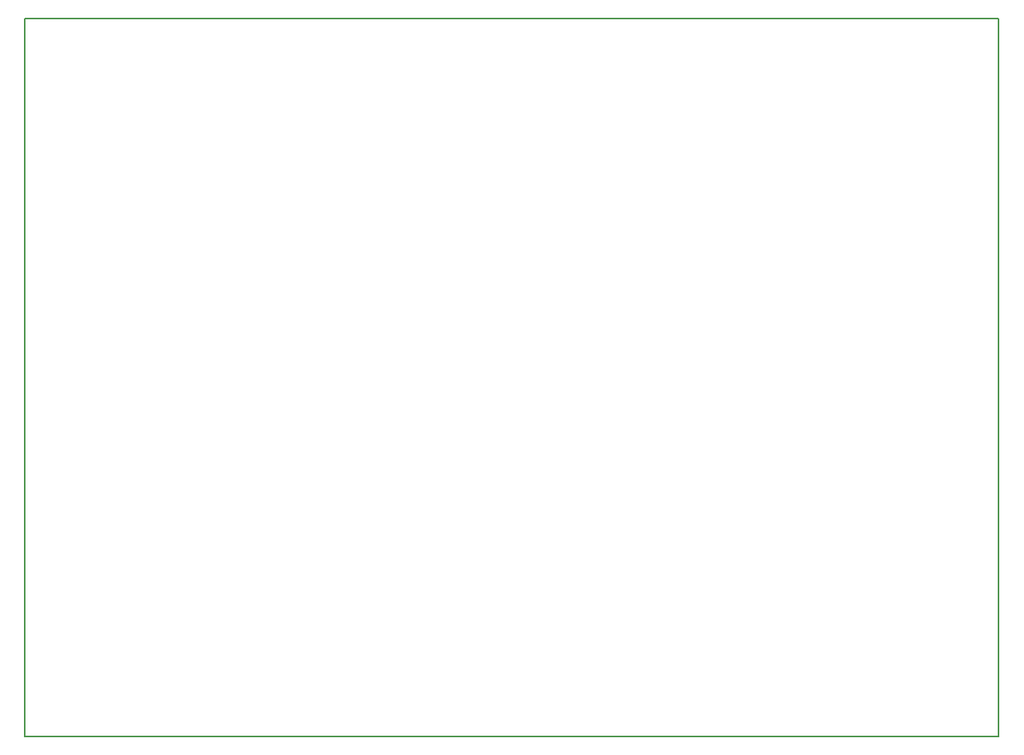
<source format=gko>
G04 #@! TF.FileFunction,Profile,NP*
%FSLAX46Y46*%
G04 Gerber Fmt 4.6, Leading zero omitted, Abs format (unit mm)*
G04 Created by KiCad (PCBNEW 4.0.7) date 03/30/18 14:47:40*
%MOMM*%
%LPD*%
G01*
G04 APERTURE LIST*
%ADD10C,0.100000*%
%ADD11C,0.150000*%
G04 APERTURE END LIST*
D10*
D11*
X177800000Y-127000000D02*
X167640000Y-127000000D01*
X177800000Y-48260000D02*
X177800000Y-127000000D01*
X71120000Y-48260000D02*
X177800000Y-48260000D01*
X71120000Y-55880000D02*
X71120000Y-48260000D01*
X88900000Y-127000000D02*
X149860000Y-127000000D01*
X71120000Y-127000000D02*
X71120000Y-55880000D01*
X88900000Y-127000000D02*
X71120000Y-127000000D01*
X149860000Y-127000000D02*
X167640000Y-127000000D01*
M02*

</source>
